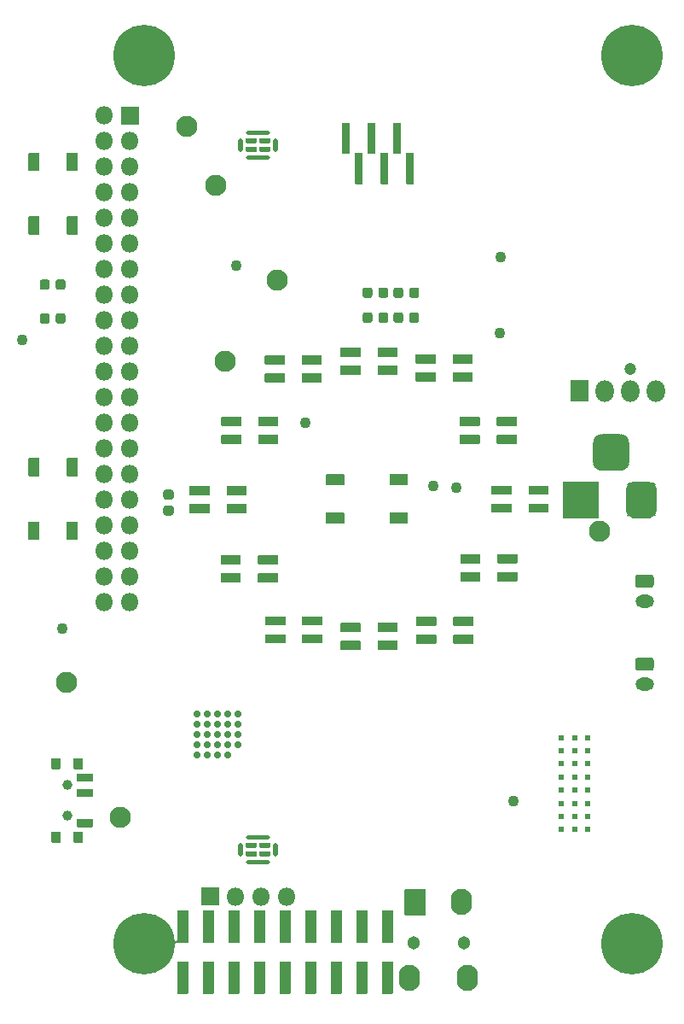
<source format=gbr>
G04 #@! TF.GenerationSoftware,KiCad,Pcbnew,(5.1.7)-1*
G04 #@! TF.CreationDate,2020-11-22T20:52:56-08:00*
G04 #@! TF.ProjectId,SJ-201-R4,534a2d32-3031-42d5-9234-2e6b69636164,rev?*
G04 #@! TF.SameCoordinates,Original*
G04 #@! TF.FileFunction,Soldermask,Bot*
G04 #@! TF.FilePolarity,Negative*
%FSLAX46Y46*%
G04 Gerber Fmt 4.6, Leading zero omitted, Abs format (unit mm)*
G04 Created by KiCad (PCBNEW (5.1.7)-1) date 2020-11-22 20:52:56*
%MOMM*%
%LPD*%
G01*
G04 APERTURE LIST*
%ADD10C,1.202000*%
%ADD11O,1.832000X2.132000*%
%ADD12C,1.302000*%
%ADD13O,2.102000X2.602000*%
%ADD14C,2.102000*%
%ADD15C,1.102000*%
%ADD16O,1.852000X1.302000*%
%ADD17C,0.702000*%
%ADD18C,0.601999*%
%ADD19C,6.102000*%
%ADD20O,1.802000X1.802000*%
%ADD21C,1.002000*%
%ADD22C,0.100000*%
G04 APERTURE END LIST*
D10*
G04 #@! TO.C,J7*
X61798200Y-36120340D03*
D11*
X64338200Y-38280340D03*
X61798200Y-38280340D03*
X59258200Y-38280340D03*
G36*
G01*
X57583200Y-39346340D02*
X55853200Y-39346340D01*
G75*
G02*
X55802200Y-39295340I0J51000D01*
G01*
X55802200Y-37265340D01*
G75*
G02*
X55853200Y-37214340I51000J0D01*
G01*
X57583200Y-37214340D01*
G75*
G02*
X57634200Y-37265340I0J-51000D01*
G01*
X57634200Y-39295340D01*
G75*
G02*
X57583200Y-39346340I-51000J0D01*
G01*
G37*
G04 #@! TD*
D12*
G04 #@! TO.C,J2*
X45217720Y-92974400D03*
X40217720Y-92974400D03*
D13*
X45567720Y-96474400D03*
G36*
G01*
X41417720Y-90275400D02*
X39417720Y-90275400D01*
G75*
G02*
X39366720Y-90224400I0J51000D01*
G01*
X39366720Y-87724400D01*
G75*
G02*
X39417720Y-87673400I51000J0D01*
G01*
X41417720Y-87673400D01*
G75*
G02*
X41468720Y-87724400I0J-51000D01*
G01*
X41468720Y-90224400D01*
G75*
G02*
X41417720Y-90275400I-51000J0D01*
G01*
G37*
X45017720Y-88974400D03*
X39867720Y-96474400D03*
G04 #@! TD*
G04 #@! TO.C,J1*
G36*
G01*
X61656360Y-43484340D02*
X61656360Y-45285340D01*
G75*
G02*
X60755860Y-46185840I-900500J0D01*
G01*
X58954860Y-46185840D01*
G75*
G02*
X58054360Y-45285340I0J900500D01*
G01*
X58054360Y-43484340D01*
G75*
G02*
X58954860Y-42583840I900500J0D01*
G01*
X60755860Y-42583840D01*
G75*
G02*
X61656360Y-43484340I0J-900500D01*
G01*
G37*
G36*
G01*
X64406360Y-48059340D02*
X64406360Y-50110340D01*
G75*
G02*
X63630860Y-50885840I-775500J0D01*
G01*
X62079860Y-50885840D01*
G75*
G02*
X61304360Y-50110340I0J775500D01*
G01*
X61304360Y-48059340D01*
G75*
G02*
X62079860Y-47283840I775500J0D01*
G01*
X63630860Y-47283840D01*
G75*
G02*
X64406360Y-48059340I0J-775500D01*
G01*
G37*
G36*
G01*
X58656360Y-47334840D02*
X58656360Y-50834840D01*
G75*
G02*
X58605360Y-50885840I-51000J0D01*
G01*
X55105360Y-50885840D01*
G75*
G02*
X55054360Y-50834840I0J51000D01*
G01*
X55054360Y-47334840D01*
G75*
G02*
X55105360Y-47283840I51000J0D01*
G01*
X58605360Y-47283840D01*
G75*
G02*
X58656360Y-47334840I0J-51000D01*
G01*
G37*
G04 #@! TD*
D14*
G04 #@! TO.C,TP12v1*
X58740040Y-52237640D03*
G04 #@! TD*
G04 #@! TO.C,TP11*
X20599400Y-17901920D03*
G04 #@! TD*
G04 #@! TO.C,TP10*
X17739360Y-12034520D03*
G04 #@! TD*
G04 #@! TO.C,TP9*
X5781040Y-67218560D03*
G04 #@! TD*
D15*
G04 #@! TO.C,TP4*
X50190400Y-78917800D03*
G04 #@! TD*
G04 #@! TO.C,TP7*
X48839120Y-32542480D03*
G04 #@! TD*
G04 #@! TO.C,TP8*
X48864520Y-24978360D03*
G04 #@! TD*
G04 #@! TO.C,TP5*
X1361440Y-33218120D03*
G04 #@! TD*
G04 #@! TO.C,TP6*
X22677120Y-25826720D03*
G04 #@! TD*
G04 #@! TO.C,TP3*
X29476700Y-41465500D03*
G04 #@! TD*
G04 #@! TO.C,TP1*
X5384800Y-61874400D03*
G04 #@! TD*
G04 #@! TO.C,DP3*
X42237660Y-47726600D03*
G04 #@! TD*
G04 #@! TO.C,DM3*
X44490640Y-47879000D03*
G04 #@! TD*
G04 #@! TO.C,J10*
G36*
G01*
X17822800Y-93030200D02*
X16822800Y-93030200D01*
G75*
G02*
X16771800Y-92979200I0J51000D01*
G01*
X16771800Y-89829200D01*
G75*
G02*
X16822800Y-89778200I51000J0D01*
G01*
X17822800Y-89778200D01*
G75*
G02*
X17873800Y-89829200I0J-51000D01*
G01*
X17873800Y-92979200D01*
G75*
G02*
X17822800Y-93030200I-51000J0D01*
G01*
G37*
G36*
G01*
X17822800Y-98080200D02*
X16822800Y-98080200D01*
G75*
G02*
X16771800Y-98029200I0J51000D01*
G01*
X16771800Y-94879200D01*
G75*
G02*
X16822800Y-94828200I51000J0D01*
G01*
X17822800Y-94828200D01*
G75*
G02*
X17873800Y-94879200I0J-51000D01*
G01*
X17873800Y-98029200D01*
G75*
G02*
X17822800Y-98080200I-51000J0D01*
G01*
G37*
G36*
G01*
X20362800Y-93030200D02*
X19362800Y-93030200D01*
G75*
G02*
X19311800Y-92979200I0J51000D01*
G01*
X19311800Y-89829200D01*
G75*
G02*
X19362800Y-89778200I51000J0D01*
G01*
X20362800Y-89778200D01*
G75*
G02*
X20413800Y-89829200I0J-51000D01*
G01*
X20413800Y-92979200D01*
G75*
G02*
X20362800Y-93030200I-51000J0D01*
G01*
G37*
G36*
G01*
X20362800Y-98080200D02*
X19362800Y-98080200D01*
G75*
G02*
X19311800Y-98029200I0J51000D01*
G01*
X19311800Y-94879200D01*
G75*
G02*
X19362800Y-94828200I51000J0D01*
G01*
X20362800Y-94828200D01*
G75*
G02*
X20413800Y-94879200I0J-51000D01*
G01*
X20413800Y-98029200D01*
G75*
G02*
X20362800Y-98080200I-51000J0D01*
G01*
G37*
G36*
G01*
X22902800Y-93030200D02*
X21902800Y-93030200D01*
G75*
G02*
X21851800Y-92979200I0J51000D01*
G01*
X21851800Y-89829200D01*
G75*
G02*
X21902800Y-89778200I51000J0D01*
G01*
X22902800Y-89778200D01*
G75*
G02*
X22953800Y-89829200I0J-51000D01*
G01*
X22953800Y-92979200D01*
G75*
G02*
X22902800Y-93030200I-51000J0D01*
G01*
G37*
G36*
G01*
X22902800Y-98080200D02*
X21902800Y-98080200D01*
G75*
G02*
X21851800Y-98029200I0J51000D01*
G01*
X21851800Y-94879200D01*
G75*
G02*
X21902800Y-94828200I51000J0D01*
G01*
X22902800Y-94828200D01*
G75*
G02*
X22953800Y-94879200I0J-51000D01*
G01*
X22953800Y-98029200D01*
G75*
G02*
X22902800Y-98080200I-51000J0D01*
G01*
G37*
G36*
G01*
X25442800Y-93030200D02*
X24442800Y-93030200D01*
G75*
G02*
X24391800Y-92979200I0J51000D01*
G01*
X24391800Y-89829200D01*
G75*
G02*
X24442800Y-89778200I51000J0D01*
G01*
X25442800Y-89778200D01*
G75*
G02*
X25493800Y-89829200I0J-51000D01*
G01*
X25493800Y-92979200D01*
G75*
G02*
X25442800Y-93030200I-51000J0D01*
G01*
G37*
G36*
G01*
X25442800Y-98080200D02*
X24442800Y-98080200D01*
G75*
G02*
X24391800Y-98029200I0J51000D01*
G01*
X24391800Y-94879200D01*
G75*
G02*
X24442800Y-94828200I51000J0D01*
G01*
X25442800Y-94828200D01*
G75*
G02*
X25493800Y-94879200I0J-51000D01*
G01*
X25493800Y-98029200D01*
G75*
G02*
X25442800Y-98080200I-51000J0D01*
G01*
G37*
G36*
G01*
X27982800Y-93030200D02*
X26982800Y-93030200D01*
G75*
G02*
X26931800Y-92979200I0J51000D01*
G01*
X26931800Y-89829200D01*
G75*
G02*
X26982800Y-89778200I51000J0D01*
G01*
X27982800Y-89778200D01*
G75*
G02*
X28033800Y-89829200I0J-51000D01*
G01*
X28033800Y-92979200D01*
G75*
G02*
X27982800Y-93030200I-51000J0D01*
G01*
G37*
G36*
G01*
X27982800Y-98080200D02*
X26982800Y-98080200D01*
G75*
G02*
X26931800Y-98029200I0J51000D01*
G01*
X26931800Y-94879200D01*
G75*
G02*
X26982800Y-94828200I51000J0D01*
G01*
X27982800Y-94828200D01*
G75*
G02*
X28033800Y-94879200I0J-51000D01*
G01*
X28033800Y-98029200D01*
G75*
G02*
X27982800Y-98080200I-51000J0D01*
G01*
G37*
G36*
G01*
X30522800Y-93030200D02*
X29522800Y-93030200D01*
G75*
G02*
X29471800Y-92979200I0J51000D01*
G01*
X29471800Y-89829200D01*
G75*
G02*
X29522800Y-89778200I51000J0D01*
G01*
X30522800Y-89778200D01*
G75*
G02*
X30573800Y-89829200I0J-51000D01*
G01*
X30573800Y-92979200D01*
G75*
G02*
X30522800Y-93030200I-51000J0D01*
G01*
G37*
G36*
G01*
X30522800Y-98080200D02*
X29522800Y-98080200D01*
G75*
G02*
X29471800Y-98029200I0J51000D01*
G01*
X29471800Y-94879200D01*
G75*
G02*
X29522800Y-94828200I51000J0D01*
G01*
X30522800Y-94828200D01*
G75*
G02*
X30573800Y-94879200I0J-51000D01*
G01*
X30573800Y-98029200D01*
G75*
G02*
X30522800Y-98080200I-51000J0D01*
G01*
G37*
G36*
G01*
X33062800Y-93030200D02*
X32062800Y-93030200D01*
G75*
G02*
X32011800Y-92979200I0J51000D01*
G01*
X32011800Y-89829200D01*
G75*
G02*
X32062800Y-89778200I51000J0D01*
G01*
X33062800Y-89778200D01*
G75*
G02*
X33113800Y-89829200I0J-51000D01*
G01*
X33113800Y-92979200D01*
G75*
G02*
X33062800Y-93030200I-51000J0D01*
G01*
G37*
G36*
G01*
X33062800Y-98080200D02*
X32062800Y-98080200D01*
G75*
G02*
X32011800Y-98029200I0J51000D01*
G01*
X32011800Y-94879200D01*
G75*
G02*
X32062800Y-94828200I51000J0D01*
G01*
X33062800Y-94828200D01*
G75*
G02*
X33113800Y-94879200I0J-51000D01*
G01*
X33113800Y-98029200D01*
G75*
G02*
X33062800Y-98080200I-51000J0D01*
G01*
G37*
G36*
G01*
X35602800Y-93030200D02*
X34602800Y-93030200D01*
G75*
G02*
X34551800Y-92979200I0J51000D01*
G01*
X34551800Y-89829200D01*
G75*
G02*
X34602800Y-89778200I51000J0D01*
G01*
X35602800Y-89778200D01*
G75*
G02*
X35653800Y-89829200I0J-51000D01*
G01*
X35653800Y-92979200D01*
G75*
G02*
X35602800Y-93030200I-51000J0D01*
G01*
G37*
G36*
G01*
X35602800Y-98080200D02*
X34602800Y-98080200D01*
G75*
G02*
X34551800Y-98029200I0J51000D01*
G01*
X34551800Y-94879200D01*
G75*
G02*
X34602800Y-94828200I51000J0D01*
G01*
X35602800Y-94828200D01*
G75*
G02*
X35653800Y-94879200I0J-51000D01*
G01*
X35653800Y-98029200D01*
G75*
G02*
X35602800Y-98080200I-51000J0D01*
G01*
G37*
G36*
G01*
X38142800Y-93030200D02*
X37142800Y-93030200D01*
G75*
G02*
X37091800Y-92979200I0J51000D01*
G01*
X37091800Y-89829200D01*
G75*
G02*
X37142800Y-89778200I51000J0D01*
G01*
X38142800Y-89778200D01*
G75*
G02*
X38193800Y-89829200I0J-51000D01*
G01*
X38193800Y-92979200D01*
G75*
G02*
X38142800Y-93030200I-51000J0D01*
G01*
G37*
G36*
G01*
X38142800Y-98080200D02*
X37142800Y-98080200D01*
G75*
G02*
X37091800Y-98029200I0J51000D01*
G01*
X37091800Y-94879200D01*
G75*
G02*
X37142800Y-94828200I51000J0D01*
G01*
X38142800Y-94828200D01*
G75*
G02*
X38193800Y-94879200I0J-51000D01*
G01*
X38193800Y-98029200D01*
G75*
G02*
X38142800Y-98080200I-51000J0D01*
G01*
G37*
G04 #@! TD*
D14*
G04 #@! TO.C,TP2*
X26736040Y-27335480D03*
G04 #@! TD*
D16*
G04 #@! TO.C,J4*
X63169800Y-67379600D03*
G36*
G01*
X62515048Y-64728600D02*
X63824552Y-64728600D01*
G75*
G02*
X64095800Y-64999848I0J-271248D01*
G01*
X64095800Y-65759352D01*
G75*
G02*
X63824552Y-66030600I-271248J0D01*
G01*
X62515048Y-66030600D01*
G75*
G02*
X62243800Y-65759352I0J271248D01*
G01*
X62243800Y-64999848D01*
G75*
G02*
X62515048Y-64728600I271248J0D01*
G01*
G37*
G04 #@! TD*
G04 #@! TO.C,J3*
X63169800Y-59150000D03*
G36*
G01*
X62515048Y-56499000D02*
X63824552Y-56499000D01*
G75*
G02*
X64095800Y-56770248I0J-271248D01*
G01*
X64095800Y-57529752D01*
G75*
G02*
X63824552Y-57801000I-271248J0D01*
G01*
X62515048Y-57801000D01*
G75*
G02*
X62243800Y-57529752I0J271248D01*
G01*
X62243800Y-56770248D01*
G75*
G02*
X62515048Y-56499000I271248J0D01*
G01*
G37*
G04 #@! TD*
G04 #@! TO.C,J5*
G36*
G01*
X33865701Y-14795700D02*
X33215699Y-14795700D01*
G75*
G02*
X33164700Y-14744701I0J50999D01*
G01*
X33164700Y-11744699D01*
G75*
G02*
X33215699Y-11693700I50999J0D01*
G01*
X33865701Y-11693700D01*
G75*
G02*
X33916700Y-11744699I0J-50999D01*
G01*
X33916700Y-14744701D01*
G75*
G02*
X33865701Y-14795700I-50999J0D01*
G01*
G37*
G36*
G01*
X36405701Y-14795700D02*
X35755699Y-14795700D01*
G75*
G02*
X35704700Y-14744701I0J50999D01*
G01*
X35704700Y-11744699D01*
G75*
G02*
X35755699Y-11693700I50999J0D01*
G01*
X36405701Y-11693700D01*
G75*
G02*
X36456700Y-11744699I0J-50999D01*
G01*
X36456700Y-14744701D01*
G75*
G02*
X36405701Y-14795700I-50999J0D01*
G01*
G37*
G36*
G01*
X38945701Y-14795700D02*
X38295699Y-14795700D01*
G75*
G02*
X38244700Y-14744701I0J50999D01*
G01*
X38244700Y-11744699D01*
G75*
G02*
X38295699Y-11693700I50999J0D01*
G01*
X38945701Y-11693700D01*
G75*
G02*
X38996700Y-11744699I0J-50999D01*
G01*
X38996700Y-14744701D01*
G75*
G02*
X38945701Y-14795700I-50999J0D01*
G01*
G37*
G36*
G01*
X35135701Y-17795700D02*
X34485699Y-17795700D01*
G75*
G02*
X34434700Y-17744701I0J50999D01*
G01*
X34434700Y-14744699D01*
G75*
G02*
X34485699Y-14693700I50999J0D01*
G01*
X35135701Y-14693700D01*
G75*
G02*
X35186700Y-14744699I0J-50999D01*
G01*
X35186700Y-17744701D01*
G75*
G02*
X35135701Y-17795700I-50999J0D01*
G01*
G37*
G36*
G01*
X37675701Y-17795700D02*
X37025699Y-17795700D01*
G75*
G02*
X36974700Y-17744701I0J50999D01*
G01*
X36974700Y-14744699D01*
G75*
G02*
X37025699Y-14693700I50999J0D01*
G01*
X37675701Y-14693700D01*
G75*
G02*
X37726700Y-14744699I0J-50999D01*
G01*
X37726700Y-17744701D01*
G75*
G02*
X37675701Y-17795700I-50999J0D01*
G01*
G37*
G36*
G01*
X40215701Y-17795700D02*
X39565699Y-17795700D01*
G75*
G02*
X39514700Y-17744701I0J50999D01*
G01*
X39514700Y-14744699D01*
G75*
G02*
X39565699Y-14693700I50999J0D01*
G01*
X40215701Y-14693700D01*
G75*
G02*
X40266700Y-14744699I0J-50999D01*
G01*
X40266700Y-17744701D01*
G75*
G02*
X40215701Y-17795700I-50999J0D01*
G01*
G37*
G04 #@! TD*
D17*
G04 #@! TO.C,U8*
X18783800Y-70345800D03*
X19783800Y-70345800D03*
X20783800Y-70345800D03*
X21783800Y-70345800D03*
X22783800Y-70345800D03*
X18783800Y-71345800D03*
X19783800Y-71345800D03*
X20783800Y-71345800D03*
X21783800Y-71345800D03*
X22783800Y-71345800D03*
X18783800Y-72345800D03*
X19783800Y-72345800D03*
X20783800Y-72345800D03*
X21783800Y-72345800D03*
X22783800Y-72345800D03*
X18783800Y-73345800D03*
X19783800Y-73345800D03*
X20783800Y-73345800D03*
X21783800Y-73345800D03*
X22783800Y-73345800D03*
X18783800Y-74345800D03*
X19783800Y-74345800D03*
X20783800Y-74345800D03*
X21783800Y-74345800D03*
G04 #@! TD*
G04 #@! TO.C,D9*
G36*
G01*
X40509180Y-63308520D02*
X40509180Y-62508520D01*
G75*
G02*
X40560180Y-62457520I51000J0D01*
G01*
X42460180Y-62457520D01*
G75*
G02*
X42511180Y-62508520I0J-51000D01*
G01*
X42511180Y-63308520D01*
G75*
G02*
X42460180Y-63359520I-51000J0D01*
G01*
X40560180Y-63359520D01*
G75*
G02*
X40509180Y-63308520I0J51000D01*
G01*
G37*
G36*
G01*
X40509180Y-61528520D02*
X40509180Y-60728520D01*
G75*
G02*
X40560180Y-60677520I51000J0D01*
G01*
X42460180Y-60677520D01*
G75*
G02*
X42511180Y-60728520I0J-51000D01*
G01*
X42511180Y-61528520D01*
G75*
G02*
X42460180Y-61579520I-51000J0D01*
G01*
X40560180Y-61579520D01*
G75*
G02*
X40509180Y-61528520I0J51000D01*
G01*
G37*
G36*
G01*
X44189180Y-63308520D02*
X44189180Y-62508520D01*
G75*
G02*
X44240180Y-62457520I51000J0D01*
G01*
X46140180Y-62457520D01*
G75*
G02*
X46191180Y-62508520I0J-51000D01*
G01*
X46191180Y-63308520D01*
G75*
G02*
X46140180Y-63359520I-51000J0D01*
G01*
X44240180Y-63359520D01*
G75*
G02*
X44189180Y-63308520I0J51000D01*
G01*
G37*
G36*
G01*
X44189180Y-61528520D02*
X44189180Y-60728520D01*
G75*
G02*
X44240180Y-60677520I51000J0D01*
G01*
X46140180Y-60677520D01*
G75*
G02*
X46191180Y-60728520I0J-51000D01*
G01*
X46191180Y-61528520D01*
G75*
G02*
X46140180Y-61579520I-51000J0D01*
G01*
X44240180Y-61579520D01*
G75*
G02*
X44189180Y-61528520I0J51000D01*
G01*
G37*
G04 #@! TD*
D18*
G04 #@! TO.C,U3*
X57518700Y-76564099D03*
X56218700Y-76564099D03*
X54918700Y-76564099D03*
X57518700Y-75264099D03*
X56218700Y-75264099D03*
X54918700Y-75264099D03*
X54918700Y-72664099D03*
X56218700Y-72664099D03*
X57518700Y-72664099D03*
X54918700Y-73964099D03*
X56218700Y-73964099D03*
X57518700Y-73964099D03*
X57518700Y-80464101D03*
X56218700Y-80464101D03*
X54918700Y-80464101D03*
X57518700Y-81764101D03*
X56218700Y-81764101D03*
X54918700Y-81764101D03*
X54918700Y-79164101D03*
X56218700Y-79164101D03*
X57518700Y-79164101D03*
X54918700Y-77864101D03*
X56218700Y-77864101D03*
X57518700Y-77864101D03*
G04 #@! TD*
G04 #@! TO.C,D2*
G36*
G01*
X32990780Y-36638520D02*
X32990780Y-35838520D01*
G75*
G02*
X33041780Y-35787520I51000J0D01*
G01*
X34941780Y-35787520D01*
G75*
G02*
X34992780Y-35838520I0J-51000D01*
G01*
X34992780Y-36638520D01*
G75*
G02*
X34941780Y-36689520I-51000J0D01*
G01*
X33041780Y-36689520D01*
G75*
G02*
X32990780Y-36638520I0J51000D01*
G01*
G37*
G36*
G01*
X32990780Y-34858520D02*
X32990780Y-34058520D01*
G75*
G02*
X33041780Y-34007520I51000J0D01*
G01*
X34941780Y-34007520D01*
G75*
G02*
X34992780Y-34058520I0J-51000D01*
G01*
X34992780Y-34858520D01*
G75*
G02*
X34941780Y-34909520I-51000J0D01*
G01*
X33041780Y-34909520D01*
G75*
G02*
X32990780Y-34858520I0J51000D01*
G01*
G37*
G36*
G01*
X36670780Y-36638520D02*
X36670780Y-35838520D01*
G75*
G02*
X36721780Y-35787520I51000J0D01*
G01*
X38621780Y-35787520D01*
G75*
G02*
X38672780Y-35838520I0J-51000D01*
G01*
X38672780Y-36638520D01*
G75*
G02*
X38621780Y-36689520I-51000J0D01*
G01*
X36721780Y-36689520D01*
G75*
G02*
X36670780Y-36638520I0J51000D01*
G01*
G37*
G36*
G01*
X36670780Y-34858520D02*
X36670780Y-34058520D01*
G75*
G02*
X36721780Y-34007520I51000J0D01*
G01*
X38621780Y-34007520D01*
G75*
G02*
X38672780Y-34058520I0J-51000D01*
G01*
X38672780Y-34858520D01*
G75*
G02*
X38621780Y-34909520I-51000J0D01*
G01*
X36721780Y-34909520D01*
G75*
G02*
X36670780Y-34858520I0J51000D01*
G01*
G37*
G04 #@! TD*
G04 #@! TO.C,D13*
G36*
G01*
X40458380Y-37298920D02*
X40458380Y-36498920D01*
G75*
G02*
X40509380Y-36447920I51000J0D01*
G01*
X42409380Y-36447920D01*
G75*
G02*
X42460380Y-36498920I0J-51000D01*
G01*
X42460380Y-37298920D01*
G75*
G02*
X42409380Y-37349920I-51000J0D01*
G01*
X40509380Y-37349920D01*
G75*
G02*
X40458380Y-37298920I0J51000D01*
G01*
G37*
G36*
G01*
X40458380Y-35518920D02*
X40458380Y-34718920D01*
G75*
G02*
X40509380Y-34667920I51000J0D01*
G01*
X42409380Y-34667920D01*
G75*
G02*
X42460380Y-34718920I0J-51000D01*
G01*
X42460380Y-35518920D01*
G75*
G02*
X42409380Y-35569920I-51000J0D01*
G01*
X40509380Y-35569920D01*
G75*
G02*
X40458380Y-35518920I0J51000D01*
G01*
G37*
G36*
G01*
X44138380Y-37298920D02*
X44138380Y-36498920D01*
G75*
G02*
X44189380Y-36447920I51000J0D01*
G01*
X46089380Y-36447920D01*
G75*
G02*
X46140380Y-36498920I0J-51000D01*
G01*
X46140380Y-37298920D01*
G75*
G02*
X46089380Y-37349920I-51000J0D01*
G01*
X44189380Y-37349920D01*
G75*
G02*
X44138380Y-37298920I0J51000D01*
G01*
G37*
G36*
G01*
X44138380Y-35518920D02*
X44138380Y-34718920D01*
G75*
G02*
X44189380Y-34667920I51000J0D01*
G01*
X46089380Y-34667920D01*
G75*
G02*
X46140380Y-34718920I0J-51000D01*
G01*
X46140380Y-35518920D01*
G75*
G02*
X46089380Y-35569920I-51000J0D01*
G01*
X44189380Y-35569920D01*
G75*
G02*
X44138380Y-35518920I0J51000D01*
G01*
G37*
G04 #@! TD*
G04 #@! TO.C,D12*
G36*
G01*
X44827180Y-43496520D02*
X44827180Y-42696520D01*
G75*
G02*
X44878180Y-42645520I51000J0D01*
G01*
X46778180Y-42645520D01*
G75*
G02*
X46829180Y-42696520I0J-51000D01*
G01*
X46829180Y-43496520D01*
G75*
G02*
X46778180Y-43547520I-51000J0D01*
G01*
X44878180Y-43547520D01*
G75*
G02*
X44827180Y-43496520I0J51000D01*
G01*
G37*
G36*
G01*
X44827180Y-41716520D02*
X44827180Y-40916520D01*
G75*
G02*
X44878180Y-40865520I51000J0D01*
G01*
X46778180Y-40865520D01*
G75*
G02*
X46829180Y-40916520I0J-51000D01*
G01*
X46829180Y-41716520D01*
G75*
G02*
X46778180Y-41767520I-51000J0D01*
G01*
X44878180Y-41767520D01*
G75*
G02*
X44827180Y-41716520I0J51000D01*
G01*
G37*
G36*
G01*
X48507180Y-43496520D02*
X48507180Y-42696520D01*
G75*
G02*
X48558180Y-42645520I51000J0D01*
G01*
X50458180Y-42645520D01*
G75*
G02*
X50509180Y-42696520I0J-51000D01*
G01*
X50509180Y-43496520D01*
G75*
G02*
X50458180Y-43547520I-51000J0D01*
G01*
X48558180Y-43547520D01*
G75*
G02*
X48507180Y-43496520I0J51000D01*
G01*
G37*
G36*
G01*
X48507180Y-41716520D02*
X48507180Y-40916520D01*
G75*
G02*
X48558180Y-40865520I51000J0D01*
G01*
X50458180Y-40865520D01*
G75*
G02*
X50509180Y-40916520I0J-51000D01*
G01*
X50509180Y-41716520D01*
G75*
G02*
X50458180Y-41767520I-51000J0D01*
G01*
X48558180Y-41767520D01*
G75*
G02*
X48507180Y-41716520I0J51000D01*
G01*
G37*
G04 #@! TD*
G04 #@! TO.C,D11*
G36*
G01*
X47976780Y-50303720D02*
X47976780Y-49503720D01*
G75*
G02*
X48027780Y-49452720I51000J0D01*
G01*
X49927780Y-49452720D01*
G75*
G02*
X49978780Y-49503720I0J-51000D01*
G01*
X49978780Y-50303720D01*
G75*
G02*
X49927780Y-50354720I-51000J0D01*
G01*
X48027780Y-50354720D01*
G75*
G02*
X47976780Y-50303720I0J51000D01*
G01*
G37*
G36*
G01*
X47976780Y-48523720D02*
X47976780Y-47723720D01*
G75*
G02*
X48027780Y-47672720I51000J0D01*
G01*
X49927780Y-47672720D01*
G75*
G02*
X49978780Y-47723720I0J-51000D01*
G01*
X49978780Y-48523720D01*
G75*
G02*
X49927780Y-48574720I-51000J0D01*
G01*
X48027780Y-48574720D01*
G75*
G02*
X47976780Y-48523720I0J51000D01*
G01*
G37*
G36*
G01*
X51656780Y-50303720D02*
X51656780Y-49503720D01*
G75*
G02*
X51707780Y-49452720I51000J0D01*
G01*
X53607780Y-49452720D01*
G75*
G02*
X53658780Y-49503720I0J-51000D01*
G01*
X53658780Y-50303720D01*
G75*
G02*
X53607780Y-50354720I-51000J0D01*
G01*
X51707780Y-50354720D01*
G75*
G02*
X51656780Y-50303720I0J51000D01*
G01*
G37*
G36*
G01*
X51656780Y-48523720D02*
X51656780Y-47723720D01*
G75*
G02*
X51707780Y-47672720I51000J0D01*
G01*
X53607780Y-47672720D01*
G75*
G02*
X53658780Y-47723720I0J-51000D01*
G01*
X53658780Y-48523720D01*
G75*
G02*
X53607780Y-48574720I-51000J0D01*
G01*
X51707780Y-48574720D01*
G75*
G02*
X51656780Y-48523720I0J51000D01*
G01*
G37*
G04 #@! TD*
G04 #@! TO.C,D10*
G36*
G01*
X44877980Y-57110920D02*
X44877980Y-56310920D01*
G75*
G02*
X44928980Y-56259920I51000J0D01*
G01*
X46828980Y-56259920D01*
G75*
G02*
X46879980Y-56310920I0J-51000D01*
G01*
X46879980Y-57110920D01*
G75*
G02*
X46828980Y-57161920I-51000J0D01*
G01*
X44928980Y-57161920D01*
G75*
G02*
X44877980Y-57110920I0J51000D01*
G01*
G37*
G36*
G01*
X44877980Y-55330920D02*
X44877980Y-54530920D01*
G75*
G02*
X44928980Y-54479920I51000J0D01*
G01*
X46828980Y-54479920D01*
G75*
G02*
X46879980Y-54530920I0J-51000D01*
G01*
X46879980Y-55330920D01*
G75*
G02*
X46828980Y-55381920I-51000J0D01*
G01*
X44928980Y-55381920D01*
G75*
G02*
X44877980Y-55330920I0J51000D01*
G01*
G37*
G36*
G01*
X48557980Y-57110920D02*
X48557980Y-56310920D01*
G75*
G02*
X48608980Y-56259920I51000J0D01*
G01*
X50508980Y-56259920D01*
G75*
G02*
X50559980Y-56310920I0J-51000D01*
G01*
X50559980Y-57110920D01*
G75*
G02*
X50508980Y-57161920I-51000J0D01*
G01*
X48608980Y-57161920D01*
G75*
G02*
X48557980Y-57110920I0J51000D01*
G01*
G37*
G36*
G01*
X48557980Y-55330920D02*
X48557980Y-54530920D01*
G75*
G02*
X48608980Y-54479920I51000J0D01*
G01*
X50508980Y-54479920D01*
G75*
G02*
X50559980Y-54530920I0J-51000D01*
G01*
X50559980Y-55330920D01*
G75*
G02*
X50508980Y-55381920I-51000J0D01*
G01*
X48608980Y-55381920D01*
G75*
G02*
X48557980Y-55330920I0J51000D01*
G01*
G37*
G04 #@! TD*
G04 #@! TO.C,D8*
G36*
G01*
X32990780Y-63918120D02*
X32990780Y-63118120D01*
G75*
G02*
X33041780Y-63067120I51000J0D01*
G01*
X34941780Y-63067120D01*
G75*
G02*
X34992780Y-63118120I0J-51000D01*
G01*
X34992780Y-63918120D01*
G75*
G02*
X34941780Y-63969120I-51000J0D01*
G01*
X33041780Y-63969120D01*
G75*
G02*
X32990780Y-63918120I0J51000D01*
G01*
G37*
G36*
G01*
X32990780Y-62138120D02*
X32990780Y-61338120D01*
G75*
G02*
X33041780Y-61287120I51000J0D01*
G01*
X34941780Y-61287120D01*
G75*
G02*
X34992780Y-61338120I0J-51000D01*
G01*
X34992780Y-62138120D01*
G75*
G02*
X34941780Y-62189120I-51000J0D01*
G01*
X33041780Y-62189120D01*
G75*
G02*
X32990780Y-62138120I0J51000D01*
G01*
G37*
G36*
G01*
X36670780Y-63918120D02*
X36670780Y-63118120D01*
G75*
G02*
X36721780Y-63067120I51000J0D01*
G01*
X38621780Y-63067120D01*
G75*
G02*
X38672780Y-63118120I0J-51000D01*
G01*
X38672780Y-63918120D01*
G75*
G02*
X38621780Y-63969120I-51000J0D01*
G01*
X36721780Y-63969120D01*
G75*
G02*
X36670780Y-63918120I0J51000D01*
G01*
G37*
G36*
G01*
X36670780Y-62138120D02*
X36670780Y-61338120D01*
G75*
G02*
X36721780Y-61287120I51000J0D01*
G01*
X38621780Y-61287120D01*
G75*
G02*
X38672780Y-61338120I0J-51000D01*
G01*
X38672780Y-62138120D01*
G75*
G02*
X38621780Y-62189120I-51000J0D01*
G01*
X36721780Y-62189120D01*
G75*
G02*
X36670780Y-62138120I0J51000D01*
G01*
G37*
G04 #@! TD*
G04 #@! TO.C,D7*
G36*
G01*
X25523180Y-63257720D02*
X25523180Y-62457720D01*
G75*
G02*
X25574180Y-62406720I51000J0D01*
G01*
X27474180Y-62406720D01*
G75*
G02*
X27525180Y-62457720I0J-51000D01*
G01*
X27525180Y-63257720D01*
G75*
G02*
X27474180Y-63308720I-51000J0D01*
G01*
X25574180Y-63308720D01*
G75*
G02*
X25523180Y-63257720I0J51000D01*
G01*
G37*
G36*
G01*
X25523180Y-61477720D02*
X25523180Y-60677720D01*
G75*
G02*
X25574180Y-60626720I51000J0D01*
G01*
X27474180Y-60626720D01*
G75*
G02*
X27525180Y-60677720I0J-51000D01*
G01*
X27525180Y-61477720D01*
G75*
G02*
X27474180Y-61528720I-51000J0D01*
G01*
X25574180Y-61528720D01*
G75*
G02*
X25523180Y-61477720I0J51000D01*
G01*
G37*
G36*
G01*
X29203180Y-63257720D02*
X29203180Y-62457720D01*
G75*
G02*
X29254180Y-62406720I51000J0D01*
G01*
X31154180Y-62406720D01*
G75*
G02*
X31205180Y-62457720I0J-51000D01*
G01*
X31205180Y-63257720D01*
G75*
G02*
X31154180Y-63308720I-51000J0D01*
G01*
X29254180Y-63308720D01*
G75*
G02*
X29203180Y-63257720I0J51000D01*
G01*
G37*
G36*
G01*
X29203180Y-61477720D02*
X29203180Y-60677720D01*
G75*
G02*
X29254180Y-60626720I51000J0D01*
G01*
X31154180Y-60626720D01*
G75*
G02*
X31205180Y-60677720I0J-51000D01*
G01*
X31205180Y-61477720D01*
G75*
G02*
X31154180Y-61528720I-51000J0D01*
G01*
X29254180Y-61528720D01*
G75*
G02*
X29203180Y-61477720I0J51000D01*
G01*
G37*
G04 #@! TD*
G04 #@! TO.C,D6*
G36*
G01*
X21103580Y-57212520D02*
X21103580Y-56412520D01*
G75*
G02*
X21154580Y-56361520I51000J0D01*
G01*
X23054580Y-56361520D01*
G75*
G02*
X23105580Y-56412520I0J-51000D01*
G01*
X23105580Y-57212520D01*
G75*
G02*
X23054580Y-57263520I-51000J0D01*
G01*
X21154580Y-57263520D01*
G75*
G02*
X21103580Y-57212520I0J51000D01*
G01*
G37*
G36*
G01*
X21103580Y-55432520D02*
X21103580Y-54632520D01*
G75*
G02*
X21154580Y-54581520I51000J0D01*
G01*
X23054580Y-54581520D01*
G75*
G02*
X23105580Y-54632520I0J-51000D01*
G01*
X23105580Y-55432520D01*
G75*
G02*
X23054580Y-55483520I-51000J0D01*
G01*
X21154580Y-55483520D01*
G75*
G02*
X21103580Y-55432520I0J51000D01*
G01*
G37*
G36*
G01*
X24783580Y-57212520D02*
X24783580Y-56412520D01*
G75*
G02*
X24834580Y-56361520I51000J0D01*
G01*
X26734580Y-56361520D01*
G75*
G02*
X26785580Y-56412520I0J-51000D01*
G01*
X26785580Y-57212520D01*
G75*
G02*
X26734580Y-57263520I-51000J0D01*
G01*
X24834580Y-57263520D01*
G75*
G02*
X24783580Y-57212520I0J51000D01*
G01*
G37*
G36*
G01*
X24783580Y-55432520D02*
X24783580Y-54632520D01*
G75*
G02*
X24834580Y-54581520I51000J0D01*
G01*
X26734580Y-54581520D01*
G75*
G02*
X26785580Y-54632520I0J-51000D01*
G01*
X26785580Y-55432520D01*
G75*
G02*
X26734580Y-55483520I-51000J0D01*
G01*
X24834580Y-55483520D01*
G75*
G02*
X24783580Y-55432520I0J51000D01*
G01*
G37*
G04 #@! TD*
G04 #@! TO.C,D5*
G36*
G01*
X18004780Y-50354520D02*
X18004780Y-49554520D01*
G75*
G02*
X18055780Y-49503520I51000J0D01*
G01*
X19955780Y-49503520D01*
G75*
G02*
X20006780Y-49554520I0J-51000D01*
G01*
X20006780Y-50354520D01*
G75*
G02*
X19955780Y-50405520I-51000J0D01*
G01*
X18055780Y-50405520D01*
G75*
G02*
X18004780Y-50354520I0J51000D01*
G01*
G37*
G36*
G01*
X18004780Y-48574520D02*
X18004780Y-47774520D01*
G75*
G02*
X18055780Y-47723520I51000J0D01*
G01*
X19955780Y-47723520D01*
G75*
G02*
X20006780Y-47774520I0J-51000D01*
G01*
X20006780Y-48574520D01*
G75*
G02*
X19955780Y-48625520I-51000J0D01*
G01*
X18055780Y-48625520D01*
G75*
G02*
X18004780Y-48574520I0J51000D01*
G01*
G37*
G36*
G01*
X21684780Y-50354520D02*
X21684780Y-49554520D01*
G75*
G02*
X21735780Y-49503520I51000J0D01*
G01*
X23635780Y-49503520D01*
G75*
G02*
X23686780Y-49554520I0J-51000D01*
G01*
X23686780Y-50354520D01*
G75*
G02*
X23635780Y-50405520I-51000J0D01*
G01*
X21735780Y-50405520D01*
G75*
G02*
X21684780Y-50354520I0J51000D01*
G01*
G37*
G36*
G01*
X21684780Y-48574520D02*
X21684780Y-47774520D01*
G75*
G02*
X21735780Y-47723520I51000J0D01*
G01*
X23635780Y-47723520D01*
G75*
G02*
X23686780Y-47774520I0J-51000D01*
G01*
X23686780Y-48574520D01*
G75*
G02*
X23635780Y-48625520I-51000J0D01*
G01*
X21735780Y-48625520D01*
G75*
G02*
X21684780Y-48574520I0J51000D01*
G01*
G37*
G04 #@! TD*
G04 #@! TO.C,D3*
G36*
G01*
X25472380Y-37400520D02*
X25472380Y-36600520D01*
G75*
G02*
X25523380Y-36549520I51000J0D01*
G01*
X27423380Y-36549520D01*
G75*
G02*
X27474380Y-36600520I0J-51000D01*
G01*
X27474380Y-37400520D01*
G75*
G02*
X27423380Y-37451520I-51000J0D01*
G01*
X25523380Y-37451520D01*
G75*
G02*
X25472380Y-37400520I0J51000D01*
G01*
G37*
G36*
G01*
X25472380Y-35620520D02*
X25472380Y-34820520D01*
G75*
G02*
X25523380Y-34769520I51000J0D01*
G01*
X27423380Y-34769520D01*
G75*
G02*
X27474380Y-34820520I0J-51000D01*
G01*
X27474380Y-35620520D01*
G75*
G02*
X27423380Y-35671520I-51000J0D01*
G01*
X25523380Y-35671520D01*
G75*
G02*
X25472380Y-35620520I0J51000D01*
G01*
G37*
G36*
G01*
X29152380Y-37400520D02*
X29152380Y-36600520D01*
G75*
G02*
X29203380Y-36549520I51000J0D01*
G01*
X31103380Y-36549520D01*
G75*
G02*
X31154380Y-36600520I0J-51000D01*
G01*
X31154380Y-37400520D01*
G75*
G02*
X31103380Y-37451520I-51000J0D01*
G01*
X29203380Y-37451520D01*
G75*
G02*
X29152380Y-37400520I0J51000D01*
G01*
G37*
G36*
G01*
X29152380Y-35620520D02*
X29152380Y-34820520D01*
G75*
G02*
X29203380Y-34769520I51000J0D01*
G01*
X31103380Y-34769520D01*
G75*
G02*
X31154380Y-34820520I0J-51000D01*
G01*
X31154380Y-35620520D01*
G75*
G02*
X31103380Y-35671520I-51000J0D01*
G01*
X29203380Y-35671520D01*
G75*
G02*
X29152380Y-35620520I0J51000D01*
G01*
G37*
G04 #@! TD*
G04 #@! TO.C,D4*
G36*
G01*
X21154380Y-43496520D02*
X21154380Y-42696520D01*
G75*
G02*
X21205380Y-42645520I51000J0D01*
G01*
X23105380Y-42645520D01*
G75*
G02*
X23156380Y-42696520I0J-51000D01*
G01*
X23156380Y-43496520D01*
G75*
G02*
X23105380Y-43547520I-51000J0D01*
G01*
X21205380Y-43547520D01*
G75*
G02*
X21154380Y-43496520I0J51000D01*
G01*
G37*
G36*
G01*
X21154380Y-41716520D02*
X21154380Y-40916520D01*
G75*
G02*
X21205380Y-40865520I51000J0D01*
G01*
X23105380Y-40865520D01*
G75*
G02*
X23156380Y-40916520I0J-51000D01*
G01*
X23156380Y-41716520D01*
G75*
G02*
X23105380Y-41767520I-51000J0D01*
G01*
X21205380Y-41767520D01*
G75*
G02*
X21154380Y-41716520I0J51000D01*
G01*
G37*
G36*
G01*
X24834380Y-43496520D02*
X24834380Y-42696520D01*
G75*
G02*
X24885380Y-42645520I51000J0D01*
G01*
X26785380Y-42645520D01*
G75*
G02*
X26836380Y-42696520I0J-51000D01*
G01*
X26836380Y-43496520D01*
G75*
G02*
X26785380Y-43547520I-51000J0D01*
G01*
X24885380Y-43547520D01*
G75*
G02*
X24834380Y-43496520I0J51000D01*
G01*
G37*
G36*
G01*
X24834380Y-41716520D02*
X24834380Y-40916520D01*
G75*
G02*
X24885380Y-40865520I51000J0D01*
G01*
X26785380Y-40865520D01*
G75*
G02*
X26836380Y-40916520I0J-51000D01*
G01*
X26836380Y-41716520D01*
G75*
G02*
X26785380Y-41767520I-51000J0D01*
G01*
X24885380Y-41767520D01*
G75*
G02*
X24834380Y-41716520I0J51000D01*
G01*
G37*
G04 #@! TD*
G04 #@! TO.C,R55*
G36*
G01*
X36761500Y-28831750D02*
X36761500Y-28268250D01*
G75*
G02*
X37005750Y-28024000I244250J0D01*
G01*
X37494250Y-28024000D01*
G75*
G02*
X37738500Y-28268250I0J-244250D01*
G01*
X37738500Y-28831750D01*
G75*
G02*
X37494250Y-29076000I-244250J0D01*
G01*
X37005750Y-29076000D01*
G75*
G02*
X36761500Y-28831750I0J244250D01*
G01*
G37*
G36*
G01*
X35186500Y-28831750D02*
X35186500Y-28268250D01*
G75*
G02*
X35430750Y-28024000I244250J0D01*
G01*
X35919250Y-28024000D01*
G75*
G02*
X36163500Y-28268250I0J-244250D01*
G01*
X36163500Y-28831750D01*
G75*
G02*
X35919250Y-29076000I-244250J0D01*
G01*
X35430750Y-29076000D01*
G75*
G02*
X35186500Y-28831750I0J244250D01*
G01*
G37*
G04 #@! TD*
G04 #@! TO.C,R54*
G36*
G01*
X36761500Y-31306750D02*
X36761500Y-30743250D01*
G75*
G02*
X37005750Y-30499000I244250J0D01*
G01*
X37494250Y-30499000D01*
G75*
G02*
X37738500Y-30743250I0J-244250D01*
G01*
X37738500Y-31306750D01*
G75*
G02*
X37494250Y-31551000I-244250J0D01*
G01*
X37005750Y-31551000D01*
G75*
G02*
X36761500Y-31306750I0J244250D01*
G01*
G37*
G36*
G01*
X35186500Y-31306750D02*
X35186500Y-30743250D01*
G75*
G02*
X35430750Y-30499000I244250J0D01*
G01*
X35919250Y-30499000D01*
G75*
G02*
X36163500Y-30743250I0J-244250D01*
G01*
X36163500Y-31306750D01*
G75*
G02*
X35919250Y-31551000I-244250J0D01*
G01*
X35430750Y-31551000D01*
G75*
G02*
X35186500Y-31306750I0J244250D01*
G01*
G37*
G04 #@! TD*
G04 #@! TO.C,R37*
G36*
G01*
X39824000Y-28831750D02*
X39824000Y-28268250D01*
G75*
G02*
X40068250Y-28024000I244250J0D01*
G01*
X40556750Y-28024000D01*
G75*
G02*
X40801000Y-28268250I0J-244250D01*
G01*
X40801000Y-28831750D01*
G75*
G02*
X40556750Y-29076000I-244250J0D01*
G01*
X40068250Y-29076000D01*
G75*
G02*
X39824000Y-28831750I0J244250D01*
G01*
G37*
G36*
G01*
X38249000Y-28831750D02*
X38249000Y-28268250D01*
G75*
G02*
X38493250Y-28024000I244250J0D01*
G01*
X38981750Y-28024000D01*
G75*
G02*
X39226000Y-28268250I0J-244250D01*
G01*
X39226000Y-28831750D01*
G75*
G02*
X38981750Y-29076000I-244250J0D01*
G01*
X38493250Y-29076000D01*
G75*
G02*
X38249000Y-28831750I0J244250D01*
G01*
G37*
G04 #@! TD*
G04 #@! TO.C,R25*
G36*
G01*
X39824000Y-31306750D02*
X39824000Y-30743250D01*
G75*
G02*
X40068250Y-30499000I244250J0D01*
G01*
X40556750Y-30499000D01*
G75*
G02*
X40801000Y-30743250I0J-244250D01*
G01*
X40801000Y-31306750D01*
G75*
G02*
X40556750Y-31551000I-244250J0D01*
G01*
X40068250Y-31551000D01*
G75*
G02*
X39824000Y-31306750I0J244250D01*
G01*
G37*
G36*
G01*
X38249000Y-31306750D02*
X38249000Y-30743250D01*
G75*
G02*
X38493250Y-30499000I244250J0D01*
G01*
X38981750Y-30499000D01*
G75*
G02*
X39226000Y-30743250I0J-244250D01*
G01*
X39226000Y-31306750D01*
G75*
G02*
X38981750Y-31551000I-244250J0D01*
G01*
X38493250Y-31551000D01*
G75*
G02*
X38249000Y-31306750I0J244250D01*
G01*
G37*
G04 #@! TD*
G04 #@! TO.C,R12*
G36*
G01*
X4126000Y-27468250D02*
X4126000Y-28031750D01*
G75*
G02*
X3881750Y-28276000I-244250J0D01*
G01*
X3393250Y-28276000D01*
G75*
G02*
X3149000Y-28031750I0J244250D01*
G01*
X3149000Y-27468250D01*
G75*
G02*
X3393250Y-27224000I244250J0D01*
G01*
X3881750Y-27224000D01*
G75*
G02*
X4126000Y-27468250I0J-244250D01*
G01*
G37*
G36*
G01*
X5701000Y-27468250D02*
X5701000Y-28031750D01*
G75*
G02*
X5456750Y-28276000I-244250J0D01*
G01*
X4968250Y-28276000D01*
G75*
G02*
X4724000Y-28031750I0J244250D01*
G01*
X4724000Y-27468250D01*
G75*
G02*
X4968250Y-27224000I244250J0D01*
G01*
X5456750Y-27224000D01*
G75*
G02*
X5701000Y-27468250I0J-244250D01*
G01*
G37*
G04 #@! TD*
G04 #@! TO.C,R19*
G36*
G01*
X16202470Y-49063360D02*
X15638970Y-49063360D01*
G75*
G02*
X15394720Y-48819110I0J244250D01*
G01*
X15394720Y-48330610D01*
G75*
G02*
X15638970Y-48086360I244250J0D01*
G01*
X16202470Y-48086360D01*
G75*
G02*
X16446720Y-48330610I0J-244250D01*
G01*
X16446720Y-48819110D01*
G75*
G02*
X16202470Y-49063360I-244250J0D01*
G01*
G37*
G36*
G01*
X16202470Y-50638360D02*
X15638970Y-50638360D01*
G75*
G02*
X15394720Y-50394110I0J244250D01*
G01*
X15394720Y-49905610D01*
G75*
G02*
X15638970Y-49661360I244250J0D01*
G01*
X16202470Y-49661360D01*
G75*
G02*
X16446720Y-49905610I0J-244250D01*
G01*
X16446720Y-50394110D01*
G75*
G02*
X16202470Y-50638360I-244250J0D01*
G01*
G37*
G04 #@! TD*
G04 #@! TO.C,R13*
G36*
G01*
X4724000Y-31381750D02*
X4724000Y-30818250D01*
G75*
G02*
X4968250Y-30574000I244250J0D01*
G01*
X5456750Y-30574000D01*
G75*
G02*
X5701000Y-30818250I0J-244250D01*
G01*
X5701000Y-31381750D01*
G75*
G02*
X5456750Y-31626000I-244250J0D01*
G01*
X4968250Y-31626000D01*
G75*
G02*
X4724000Y-31381750I0J244250D01*
G01*
G37*
G36*
G01*
X3149000Y-31381750D02*
X3149000Y-30818250D01*
G75*
G02*
X3393250Y-30574000I244250J0D01*
G01*
X3881750Y-30574000D01*
G75*
G02*
X4126000Y-30818250I0J-244250D01*
G01*
X4126000Y-31381750D01*
G75*
G02*
X3881750Y-31626000I-244250J0D01*
G01*
X3393250Y-31626000D01*
G75*
G02*
X3149000Y-31381750I0J244250D01*
G01*
G37*
G04 #@! TD*
D19*
G04 #@! TO.C,H4*
X13500000Y-93082120D03*
G04 #@! TD*
G04 #@! TO.C,H3*
X13500000Y-5000000D03*
G04 #@! TD*
G04 #@! TO.C,H2*
X61921380Y-93082120D03*
G04 #@! TD*
G04 #@! TO.C,H1*
X61921380Y-5000000D03*
G04 #@! TD*
D20*
G04 #@! TO.C,J13*
X27670000Y-88400000D03*
X25130000Y-88400000D03*
X22590000Y-88400000D03*
G36*
G01*
X20900000Y-89301000D02*
X19200000Y-89301000D01*
G75*
G02*
X19149000Y-89250000I0J51000D01*
G01*
X19149000Y-87550000D01*
G75*
G02*
X19200000Y-87499000I51000J0D01*
G01*
X20900000Y-87499000D01*
G75*
G02*
X20951000Y-87550000I0J-51000D01*
G01*
X20951000Y-89250000D01*
G75*
G02*
X20900000Y-89301000I-51000J0D01*
G01*
G37*
G04 #@! TD*
D14*
G04 #@! TO.C,TP1_0V1*
X11163300Y-80594200D03*
G04 #@! TD*
G04 #@! TO.C,TP18*
X21534120Y-35346640D03*
G04 #@! TD*
G04 #@! TO.C,U10*
G36*
G01*
X23801088Y-12463120D02*
X25815272Y-12463120D01*
G75*
G02*
X26009180Y-12657028I0J-193908D01*
G01*
X26009180Y-12721212D01*
G75*
G02*
X25815272Y-12915120I-193908J0D01*
G01*
X23801088Y-12915120D01*
G75*
G02*
X23607180Y-12721212I0J193908D01*
G01*
X23607180Y-12657028D01*
G75*
G02*
X23801088Y-12463120I193908J0D01*
G01*
G37*
G36*
G01*
X23801088Y-14913120D02*
X25815272Y-14913120D01*
G75*
G02*
X26009180Y-15107028I0J-193908D01*
G01*
X26009180Y-15171212D01*
G75*
G02*
X25815272Y-15365120I-193908J0D01*
G01*
X23801088Y-15365120D01*
G75*
G02*
X23607180Y-15171212I0J193908D01*
G01*
X23607180Y-15107028D01*
G75*
G02*
X23801088Y-14913120I193908J0D01*
G01*
G37*
G36*
G01*
X26759180Y-13407028D02*
X26759180Y-14421212D01*
G75*
G02*
X26565272Y-14615120I-193908J0D01*
G01*
X26501088Y-14615120D01*
G75*
G02*
X26307180Y-14421212I0J193908D01*
G01*
X26307180Y-13407028D01*
G75*
G02*
X26501088Y-13213120I193908J0D01*
G01*
X26565272Y-13213120D01*
G75*
G02*
X26759180Y-13407028I0J-193908D01*
G01*
G37*
G36*
G01*
X23309180Y-13407028D02*
X23309180Y-14421212D01*
G75*
G02*
X23115272Y-14615120I-193908J0D01*
G01*
X23051088Y-14615120D01*
G75*
G02*
X22857180Y-14421212I0J193908D01*
G01*
X22857180Y-13407028D01*
G75*
G02*
X23051088Y-13213120I193908J0D01*
G01*
X23115272Y-13213120D01*
G75*
G02*
X23309180Y-13407028I0J-193908D01*
G01*
G37*
G36*
G01*
X25008180Y-14088120D02*
X25958180Y-14088120D01*
G75*
G02*
X26009180Y-14139120I0J-51000D01*
G01*
X26009180Y-14539120D01*
G75*
G02*
X25958180Y-14590120I-51000J0D01*
G01*
X25008180Y-14590120D01*
G75*
G02*
X24957180Y-14539120I0J51000D01*
G01*
X24957180Y-14139120D01*
G75*
G02*
X25008180Y-14088120I51000J0D01*
G01*
G37*
G36*
G01*
X25008180Y-13238120D02*
X25958180Y-13238120D01*
G75*
G02*
X26009180Y-13289120I0J-51000D01*
G01*
X26009180Y-13689120D01*
G75*
G02*
X25958180Y-13740120I-51000J0D01*
G01*
X25008180Y-13740120D01*
G75*
G02*
X24957180Y-13689120I0J51000D01*
G01*
X24957180Y-13289120D01*
G75*
G02*
X25008180Y-13238120I51000J0D01*
G01*
G37*
G36*
G01*
X23658180Y-13238120D02*
X24608180Y-13238120D01*
G75*
G02*
X24659180Y-13289120I0J-51000D01*
G01*
X24659180Y-13689120D01*
G75*
G02*
X24608180Y-13740120I-51000J0D01*
G01*
X23658180Y-13740120D01*
G75*
G02*
X23607180Y-13689120I0J51000D01*
G01*
X23607180Y-13289120D01*
G75*
G02*
X23658180Y-13238120I51000J0D01*
G01*
G37*
G36*
G01*
X23658180Y-14088120D02*
X24608180Y-14088120D01*
G75*
G02*
X24659180Y-14139120I0J-51000D01*
G01*
X24659180Y-14539120D01*
G75*
G02*
X24608180Y-14590120I-51000J0D01*
G01*
X23658180Y-14590120D01*
G75*
G02*
X23607180Y-14539120I0J51000D01*
G01*
X23607180Y-14139120D01*
G75*
G02*
X23658180Y-14088120I51000J0D01*
G01*
G37*
G04 #@! TD*
G04 #@! TO.C,U11*
G36*
G01*
X23801088Y-82313120D02*
X25815272Y-82313120D01*
G75*
G02*
X26009180Y-82507028I0J-193908D01*
G01*
X26009180Y-82571212D01*
G75*
G02*
X25815272Y-82765120I-193908J0D01*
G01*
X23801088Y-82765120D01*
G75*
G02*
X23607180Y-82571212I0J193908D01*
G01*
X23607180Y-82507028D01*
G75*
G02*
X23801088Y-82313120I193908J0D01*
G01*
G37*
G36*
G01*
X23801088Y-84763120D02*
X25815272Y-84763120D01*
G75*
G02*
X26009180Y-84957028I0J-193908D01*
G01*
X26009180Y-85021212D01*
G75*
G02*
X25815272Y-85215120I-193908J0D01*
G01*
X23801088Y-85215120D01*
G75*
G02*
X23607180Y-85021212I0J193908D01*
G01*
X23607180Y-84957028D01*
G75*
G02*
X23801088Y-84763120I193908J0D01*
G01*
G37*
G36*
G01*
X26759180Y-83257028D02*
X26759180Y-84271212D01*
G75*
G02*
X26565272Y-84465120I-193908J0D01*
G01*
X26501088Y-84465120D01*
G75*
G02*
X26307180Y-84271212I0J193908D01*
G01*
X26307180Y-83257028D01*
G75*
G02*
X26501088Y-83063120I193908J0D01*
G01*
X26565272Y-83063120D01*
G75*
G02*
X26759180Y-83257028I0J-193908D01*
G01*
G37*
G36*
G01*
X23309180Y-83257028D02*
X23309180Y-84271212D01*
G75*
G02*
X23115272Y-84465120I-193908J0D01*
G01*
X23051088Y-84465120D01*
G75*
G02*
X22857180Y-84271212I0J193908D01*
G01*
X22857180Y-83257028D01*
G75*
G02*
X23051088Y-83063120I193908J0D01*
G01*
X23115272Y-83063120D01*
G75*
G02*
X23309180Y-83257028I0J-193908D01*
G01*
G37*
G36*
G01*
X25008180Y-83938120D02*
X25958180Y-83938120D01*
G75*
G02*
X26009180Y-83989120I0J-51000D01*
G01*
X26009180Y-84389120D01*
G75*
G02*
X25958180Y-84440120I-51000J0D01*
G01*
X25008180Y-84440120D01*
G75*
G02*
X24957180Y-84389120I0J51000D01*
G01*
X24957180Y-83989120D01*
G75*
G02*
X25008180Y-83938120I51000J0D01*
G01*
G37*
G36*
G01*
X25008180Y-83088120D02*
X25958180Y-83088120D01*
G75*
G02*
X26009180Y-83139120I0J-51000D01*
G01*
X26009180Y-83539120D01*
G75*
G02*
X25958180Y-83590120I-51000J0D01*
G01*
X25008180Y-83590120D01*
G75*
G02*
X24957180Y-83539120I0J51000D01*
G01*
X24957180Y-83139120D01*
G75*
G02*
X25008180Y-83088120I51000J0D01*
G01*
G37*
G36*
G01*
X23658180Y-83088120D02*
X24608180Y-83088120D01*
G75*
G02*
X24659180Y-83139120I0J-51000D01*
G01*
X24659180Y-83539120D01*
G75*
G02*
X24608180Y-83590120I-51000J0D01*
G01*
X23658180Y-83590120D01*
G75*
G02*
X23607180Y-83539120I0J51000D01*
G01*
X23607180Y-83139120D01*
G75*
G02*
X23658180Y-83088120I51000J0D01*
G01*
G37*
G36*
G01*
X23658180Y-83938120D02*
X24608180Y-83938120D01*
G75*
G02*
X24659180Y-83989120I0J-51000D01*
G01*
X24659180Y-84389120D01*
G75*
G02*
X24608180Y-84440120I-51000J0D01*
G01*
X23658180Y-84440120D01*
G75*
G02*
X23607180Y-84389120I0J51000D01*
G01*
X23607180Y-83989120D01*
G75*
G02*
X23658180Y-83938120I51000J0D01*
G01*
G37*
G04 #@! TD*
D20*
G04 #@! TO.C,J6*
X9552940Y-59237880D03*
X12092940Y-59237880D03*
X9552940Y-56697880D03*
X12092940Y-56697880D03*
X9552940Y-54157880D03*
X12092940Y-54157880D03*
X9552940Y-51617880D03*
X12092940Y-51617880D03*
X9552940Y-49077880D03*
X12092940Y-49077880D03*
X9552940Y-46537880D03*
X12092940Y-46537880D03*
X9552940Y-43997880D03*
X12092940Y-43997880D03*
X9552940Y-41457880D03*
X12092940Y-41457880D03*
X9552940Y-38917880D03*
X12092940Y-38917880D03*
X9552940Y-36377880D03*
X12092940Y-36377880D03*
X9552940Y-33837880D03*
X12092940Y-33837880D03*
X9552940Y-31297880D03*
X12092940Y-31297880D03*
X9552940Y-28757880D03*
X12092940Y-28757880D03*
X9552940Y-26217880D03*
X12092940Y-26217880D03*
X9552940Y-23677880D03*
X12092940Y-23677880D03*
X9552940Y-21137880D03*
X12092940Y-21137880D03*
X9552940Y-18597880D03*
X12092940Y-18597880D03*
X9552940Y-16057880D03*
X12092940Y-16057880D03*
X9552940Y-13517880D03*
X12092940Y-13517880D03*
X9552940Y-10977880D03*
G36*
G01*
X11191940Y-11827880D02*
X11191940Y-10127880D01*
G75*
G02*
X11242940Y-10076880I51000J0D01*
G01*
X12942940Y-10076880D01*
G75*
G02*
X12993940Y-10127880I0J-51000D01*
G01*
X12993940Y-11827880D01*
G75*
G02*
X12942940Y-11878880I-51000J0D01*
G01*
X11242940Y-11878880D01*
G75*
G02*
X11191940Y-11827880I0J51000D01*
G01*
G37*
G04 #@! TD*
G04 #@! TO.C,SW1*
G36*
G01*
X7364900Y-83083240D02*
X6564900Y-83083240D01*
G75*
G02*
X6513900Y-83032240I0J51000D01*
G01*
X6513900Y-82032240D01*
G75*
G02*
X6564900Y-81981240I51000J0D01*
G01*
X7364900Y-81981240D01*
G75*
G02*
X7415900Y-82032240I0J-51000D01*
G01*
X7415900Y-83032240D01*
G75*
G02*
X7364900Y-83083240I-51000J0D01*
G01*
G37*
G36*
G01*
X7364900Y-75783240D02*
X6564900Y-75783240D01*
G75*
G02*
X6513900Y-75732240I0J51000D01*
G01*
X6513900Y-74732240D01*
G75*
G02*
X6564900Y-74681240I51000J0D01*
G01*
X7364900Y-74681240D01*
G75*
G02*
X7415900Y-74732240I0J-51000D01*
G01*
X7415900Y-75732240D01*
G75*
G02*
X7364900Y-75783240I-51000J0D01*
G01*
G37*
G36*
G01*
X5154900Y-75783240D02*
X4354900Y-75783240D01*
G75*
G02*
X4303900Y-75732240I0J51000D01*
G01*
X4303900Y-74732240D01*
G75*
G02*
X4354900Y-74681240I51000J0D01*
G01*
X5154900Y-74681240D01*
G75*
G02*
X5205900Y-74732240I0J-51000D01*
G01*
X5205900Y-75732240D01*
G75*
G02*
X5154900Y-75783240I-51000J0D01*
G01*
G37*
G36*
G01*
X5154900Y-83083240D02*
X4354900Y-83083240D01*
G75*
G02*
X4303900Y-83032240I0J51000D01*
G01*
X4303900Y-82032240D01*
G75*
G02*
X4354900Y-81981240I51000J0D01*
G01*
X5154900Y-81981240D01*
G75*
G02*
X5205900Y-82032240I0J-51000D01*
G01*
X5205900Y-83032240D01*
G75*
G02*
X5154900Y-83083240I-51000J0D01*
G01*
G37*
G36*
G01*
X8364901Y-77033240D02*
X6864899Y-77033240D01*
G75*
G02*
X6813900Y-76982241I0J50999D01*
G01*
X6813900Y-76282239D01*
G75*
G02*
X6864899Y-76231240I50999J0D01*
G01*
X8364901Y-76231240D01*
G75*
G02*
X8415900Y-76282239I0J-50999D01*
G01*
X8415900Y-76982241D01*
G75*
G02*
X8364901Y-77033240I-50999J0D01*
G01*
G37*
G36*
G01*
X8364901Y-78533240D02*
X6864899Y-78533240D01*
G75*
G02*
X6813900Y-78482241I0J50999D01*
G01*
X6813900Y-77782239D01*
G75*
G02*
X6864899Y-77731240I50999J0D01*
G01*
X8364901Y-77731240D01*
G75*
G02*
X8415900Y-77782239I0J-50999D01*
G01*
X8415900Y-78482241D01*
G75*
G02*
X8364901Y-78533240I-50999J0D01*
G01*
G37*
G36*
G01*
X8364901Y-81533240D02*
X6864899Y-81533240D01*
G75*
G02*
X6813900Y-81482241I0J50999D01*
G01*
X6813900Y-80782239D01*
G75*
G02*
X6864899Y-80731240I50999J0D01*
G01*
X8364901Y-80731240D01*
G75*
G02*
X8415900Y-80782239I0J-50999D01*
G01*
X8415900Y-81482241D01*
G75*
G02*
X8364901Y-81533240I-50999J0D01*
G01*
G37*
D21*
X5854900Y-77382240D03*
X5854900Y-80382240D03*
G04 #@! TD*
G04 #@! TO.C,S3*
G36*
G01*
X37859800Y-47593400D02*
X37859800Y-46593400D01*
G75*
G02*
X37910800Y-46542400I51000J0D01*
G01*
X39610800Y-46542400D01*
G75*
G02*
X39661800Y-46593400I0J-51000D01*
G01*
X39661800Y-47593400D01*
G75*
G02*
X39610800Y-47644400I-51000J0D01*
G01*
X37910800Y-47644400D01*
G75*
G02*
X37859800Y-47593400I0J51000D01*
G01*
G37*
G36*
G01*
X31559800Y-47593400D02*
X31559800Y-46593400D01*
G75*
G02*
X31610800Y-46542400I51000J0D01*
G01*
X33310800Y-46542400D01*
G75*
G02*
X33361800Y-46593400I0J-51000D01*
G01*
X33361800Y-47593400D01*
G75*
G02*
X33310800Y-47644400I-51000J0D01*
G01*
X31610800Y-47644400D01*
G75*
G02*
X31559800Y-47593400I0J51000D01*
G01*
G37*
G36*
G01*
X37859800Y-51393400D02*
X37859800Y-50393400D01*
G75*
G02*
X37910800Y-50342400I51000J0D01*
G01*
X39610800Y-50342400D01*
G75*
G02*
X39661800Y-50393400I0J-51000D01*
G01*
X39661800Y-51393400D01*
G75*
G02*
X39610800Y-51444400I-51000J0D01*
G01*
X37910800Y-51444400D01*
G75*
G02*
X37859800Y-51393400I0J51000D01*
G01*
G37*
G36*
G01*
X31559800Y-51393400D02*
X31559800Y-50393400D01*
G75*
G02*
X31610800Y-50342400I51000J0D01*
G01*
X33310800Y-50342400D01*
G75*
G02*
X33361800Y-50393400I0J-51000D01*
G01*
X33361800Y-51393400D01*
G75*
G02*
X33310800Y-51444400I-51000J0D01*
G01*
X31610800Y-51444400D01*
G75*
G02*
X31559800Y-51393400I0J51000D01*
G01*
G37*
G04 #@! TD*
G04 #@! TO.C,S2*
G36*
G01*
X3078020Y-46751000D02*
X2078020Y-46751000D01*
G75*
G02*
X2027020Y-46700000I0J51000D01*
G01*
X2027020Y-45000000D01*
G75*
G02*
X2078020Y-44949000I51000J0D01*
G01*
X3078020Y-44949000D01*
G75*
G02*
X3129020Y-45000000I0J-51000D01*
G01*
X3129020Y-46700000D01*
G75*
G02*
X3078020Y-46751000I-51000J0D01*
G01*
G37*
G36*
G01*
X3078020Y-53051000D02*
X2078020Y-53051000D01*
G75*
G02*
X2027020Y-53000000I0J51000D01*
G01*
X2027020Y-51300000D01*
G75*
G02*
X2078020Y-51249000I51000J0D01*
G01*
X3078020Y-51249000D01*
G75*
G02*
X3129020Y-51300000I0J-51000D01*
G01*
X3129020Y-53000000D01*
G75*
G02*
X3078020Y-53051000I-51000J0D01*
G01*
G37*
G36*
G01*
X6878020Y-46751000D02*
X5878020Y-46751000D01*
G75*
G02*
X5827020Y-46700000I0J51000D01*
G01*
X5827020Y-45000000D01*
G75*
G02*
X5878020Y-44949000I51000J0D01*
G01*
X6878020Y-44949000D01*
G75*
G02*
X6929020Y-45000000I0J-51000D01*
G01*
X6929020Y-46700000D01*
G75*
G02*
X6878020Y-46751000I-51000J0D01*
G01*
G37*
G36*
G01*
X6878020Y-53051000D02*
X5878020Y-53051000D01*
G75*
G02*
X5827020Y-53000000I0J51000D01*
G01*
X5827020Y-51300000D01*
G75*
G02*
X5878020Y-51249000I51000J0D01*
G01*
X6878020Y-51249000D01*
G75*
G02*
X6929020Y-51300000I0J-51000D01*
G01*
X6929020Y-53000000D01*
G75*
G02*
X6878020Y-53051000I-51000J0D01*
G01*
G37*
G04 #@! TD*
G04 #@! TO.C,S1*
G36*
G01*
X3072940Y-16491120D02*
X2072940Y-16491120D01*
G75*
G02*
X2021940Y-16440120I0J51000D01*
G01*
X2021940Y-14740120D01*
G75*
G02*
X2072940Y-14689120I51000J0D01*
G01*
X3072940Y-14689120D01*
G75*
G02*
X3123940Y-14740120I0J-51000D01*
G01*
X3123940Y-16440120D01*
G75*
G02*
X3072940Y-16491120I-51000J0D01*
G01*
G37*
G36*
G01*
X3072940Y-22791120D02*
X2072940Y-22791120D01*
G75*
G02*
X2021940Y-22740120I0J51000D01*
G01*
X2021940Y-21040120D01*
G75*
G02*
X2072940Y-20989120I51000J0D01*
G01*
X3072940Y-20989120D01*
G75*
G02*
X3123940Y-21040120I0J-51000D01*
G01*
X3123940Y-22740120D01*
G75*
G02*
X3072940Y-22791120I-51000J0D01*
G01*
G37*
G36*
G01*
X6872940Y-16491120D02*
X5872940Y-16491120D01*
G75*
G02*
X5821940Y-16440120I0J51000D01*
G01*
X5821940Y-14740120D01*
G75*
G02*
X5872940Y-14689120I51000J0D01*
G01*
X6872940Y-14689120D01*
G75*
G02*
X6923940Y-14740120I0J-51000D01*
G01*
X6923940Y-16440120D01*
G75*
G02*
X6872940Y-16491120I-51000J0D01*
G01*
G37*
G36*
G01*
X6872940Y-22791120D02*
X5872940Y-22791120D01*
G75*
G02*
X5821940Y-22740120I0J51000D01*
G01*
X5821940Y-21040120D01*
G75*
G02*
X5872940Y-20989120I51000J0D01*
G01*
X6872940Y-20989120D01*
G75*
G02*
X6923940Y-21040120I0J-51000D01*
G01*
X6923940Y-22740120D01*
G75*
G02*
X6872940Y-22791120I-51000J0D01*
G01*
G37*
G04 #@! TD*
D22*
G36*
X16772965Y-92699287D02*
G01*
X16773800Y-92700913D01*
X16773800Y-93030200D01*
X16772800Y-93031932D01*
X16771800Y-93032200D01*
X16660800Y-93032200D01*
X16636715Y-93034572D01*
X16613640Y-93041572D01*
X16592376Y-93052937D01*
X16573739Y-93068232D01*
X16558444Y-93086869D01*
X16547079Y-93108133D01*
X16540079Y-93131208D01*
X16538299Y-93149283D01*
X16537134Y-93150909D01*
X16535144Y-93150713D01*
X16534309Y-93149087D01*
X16534309Y-92783269D01*
X16524024Y-92731565D01*
X16524667Y-92729671D01*
X16526629Y-92729281D01*
X16527900Y-92730594D01*
X16533174Y-92747979D01*
X16544539Y-92769243D01*
X16559834Y-92787880D01*
X16578471Y-92803175D01*
X16599735Y-92814540D01*
X16622810Y-92821540D01*
X16646801Y-92823903D01*
X16670792Y-92821540D01*
X16693867Y-92814540D01*
X16715131Y-92803175D01*
X16733768Y-92787880D01*
X16749063Y-92769243D01*
X16760428Y-92747979D01*
X16767428Y-92724904D01*
X16769810Y-92700717D01*
X16770975Y-92699091D01*
X16772965Y-92699287D01*
G37*
G36*
X64407525Y-50108714D02*
G01*
X64408360Y-50110340D01*
X64408360Y-50166700D01*
X64408350Y-50166896D01*
X64394057Y-50312015D01*
X64393981Y-50312400D01*
X64353440Y-50446046D01*
X64353290Y-50446408D01*
X64287460Y-50569567D01*
X64287242Y-50569893D01*
X64198646Y-50677849D01*
X64198369Y-50678126D01*
X64090413Y-50766722D01*
X64090087Y-50766940D01*
X63966928Y-50832770D01*
X63966566Y-50832920D01*
X63832920Y-50873461D01*
X63832535Y-50873537D01*
X63687416Y-50887830D01*
X63687220Y-50887840D01*
X63630860Y-50887840D01*
X63629128Y-50886840D01*
X63629128Y-50884840D01*
X63630664Y-50883850D01*
X63781758Y-50868969D01*
X63926862Y-50824952D01*
X64060589Y-50753474D01*
X64177800Y-50657280D01*
X64273994Y-50540069D01*
X64345472Y-50406342D01*
X64389489Y-50261238D01*
X64404370Y-50110144D01*
X64405535Y-50108518D01*
X64407525Y-50108714D01*
G37*
G36*
X61306350Y-50110144D02*
G01*
X61321231Y-50261238D01*
X61365248Y-50406342D01*
X61436726Y-50540069D01*
X61532920Y-50657280D01*
X61650131Y-50753474D01*
X61783858Y-50824952D01*
X61928962Y-50868969D01*
X62080056Y-50883850D01*
X62081682Y-50885015D01*
X62081486Y-50887005D01*
X62079860Y-50887840D01*
X62023500Y-50887840D01*
X62023304Y-50887830D01*
X61878185Y-50873537D01*
X61877800Y-50873461D01*
X61744154Y-50832920D01*
X61743792Y-50832770D01*
X61620633Y-50766940D01*
X61620307Y-50766722D01*
X61512351Y-50678126D01*
X61512074Y-50677849D01*
X61423478Y-50569893D01*
X61423260Y-50569567D01*
X61357430Y-50446408D01*
X61357280Y-50446046D01*
X61316739Y-50312400D01*
X61316663Y-50312015D01*
X61302370Y-50166896D01*
X61302360Y-50166700D01*
X61302360Y-50110340D01*
X61303360Y-50108608D01*
X61305360Y-50108608D01*
X61306350Y-50110144D01*
G37*
G36*
X62081592Y-47282840D02*
G01*
X62081592Y-47284840D01*
X62080056Y-47285830D01*
X61928962Y-47300711D01*
X61783858Y-47344728D01*
X61650131Y-47416206D01*
X61532920Y-47512400D01*
X61436726Y-47629611D01*
X61365248Y-47763338D01*
X61321231Y-47908442D01*
X61306350Y-48059536D01*
X61305185Y-48061162D01*
X61303195Y-48060966D01*
X61302360Y-48059340D01*
X61302360Y-48002980D01*
X61302370Y-48002784D01*
X61316663Y-47857665D01*
X61316739Y-47857280D01*
X61357280Y-47723634D01*
X61357430Y-47723272D01*
X61423260Y-47600113D01*
X61423478Y-47599787D01*
X61512074Y-47491831D01*
X61512351Y-47491554D01*
X61620307Y-47402958D01*
X61620633Y-47402740D01*
X61743792Y-47336910D01*
X61744154Y-47336760D01*
X61877800Y-47296219D01*
X61878185Y-47296143D01*
X62023304Y-47281850D01*
X62023500Y-47281840D01*
X62079860Y-47281840D01*
X62081592Y-47282840D01*
G37*
G36*
X63687416Y-47281850D02*
G01*
X63832535Y-47296143D01*
X63832920Y-47296219D01*
X63966566Y-47336760D01*
X63966928Y-47336910D01*
X64090087Y-47402740D01*
X64090413Y-47402958D01*
X64198369Y-47491554D01*
X64198646Y-47491831D01*
X64287242Y-47599787D01*
X64287460Y-47600113D01*
X64353290Y-47723272D01*
X64353440Y-47723634D01*
X64393981Y-47857280D01*
X64394057Y-47857665D01*
X64408350Y-48002784D01*
X64408360Y-48002980D01*
X64408360Y-48059340D01*
X64407360Y-48061072D01*
X64405360Y-48061072D01*
X64404370Y-48059536D01*
X64389489Y-47908442D01*
X64345472Y-47763338D01*
X64273994Y-47629611D01*
X64177800Y-47512400D01*
X64060589Y-47416206D01*
X63926862Y-47344728D01*
X63781758Y-47300711D01*
X63630664Y-47285830D01*
X63629038Y-47284665D01*
X63629234Y-47282675D01*
X63630860Y-47281840D01*
X63687220Y-47281840D01*
X63687416Y-47281850D01*
G37*
G36*
X61657525Y-45283714D02*
G01*
X61658360Y-45285340D01*
X61658360Y-45341700D01*
X61658350Y-45341896D01*
X61641655Y-45511402D01*
X61641579Y-45511787D01*
X61593925Y-45668881D01*
X61593775Y-45669243D01*
X61516393Y-45814014D01*
X61516175Y-45814340D01*
X61412034Y-45941237D01*
X61411757Y-45941514D01*
X61284860Y-46045655D01*
X61284534Y-46045873D01*
X61139763Y-46123255D01*
X61139401Y-46123405D01*
X60982307Y-46171059D01*
X60981922Y-46171135D01*
X60812416Y-46187830D01*
X60812220Y-46187840D01*
X60755860Y-46187840D01*
X60754128Y-46186840D01*
X60754128Y-46184840D01*
X60755664Y-46183850D01*
X60931144Y-46166567D01*
X61099697Y-46115437D01*
X61255035Y-46032407D01*
X61391189Y-45920669D01*
X61502927Y-45784515D01*
X61585957Y-45629177D01*
X61637087Y-45460624D01*
X61654370Y-45285144D01*
X61655535Y-45283518D01*
X61657525Y-45283714D01*
G37*
G36*
X58056350Y-45285144D02*
G01*
X58073633Y-45460624D01*
X58124763Y-45629177D01*
X58207793Y-45784515D01*
X58319531Y-45920669D01*
X58455685Y-46032407D01*
X58611023Y-46115437D01*
X58779576Y-46166567D01*
X58955056Y-46183850D01*
X58956682Y-46185015D01*
X58956486Y-46187005D01*
X58954860Y-46187840D01*
X58898500Y-46187840D01*
X58898304Y-46187830D01*
X58728798Y-46171135D01*
X58728413Y-46171059D01*
X58571319Y-46123405D01*
X58570957Y-46123255D01*
X58426186Y-46045873D01*
X58425860Y-46045655D01*
X58298963Y-45941514D01*
X58298686Y-45941237D01*
X58194545Y-45814340D01*
X58194327Y-45814014D01*
X58116945Y-45669243D01*
X58116795Y-45668881D01*
X58069141Y-45511787D01*
X58069065Y-45511402D01*
X58052370Y-45341896D01*
X58052360Y-45341700D01*
X58052360Y-45285340D01*
X58053360Y-45283608D01*
X58055360Y-45283608D01*
X58056350Y-45285144D01*
G37*
G36*
X58956592Y-42582840D02*
G01*
X58956592Y-42584840D01*
X58955056Y-42585830D01*
X58779576Y-42603113D01*
X58611023Y-42654243D01*
X58455685Y-42737273D01*
X58319531Y-42849011D01*
X58207793Y-42985165D01*
X58124763Y-43140503D01*
X58073633Y-43309056D01*
X58056350Y-43484536D01*
X58055185Y-43486162D01*
X58053195Y-43485966D01*
X58052360Y-43484340D01*
X58052360Y-43427980D01*
X58052370Y-43427784D01*
X58069065Y-43258278D01*
X58069141Y-43257893D01*
X58116795Y-43100799D01*
X58116945Y-43100437D01*
X58194327Y-42955666D01*
X58194545Y-42955340D01*
X58298686Y-42828443D01*
X58298963Y-42828166D01*
X58425860Y-42724025D01*
X58426186Y-42723807D01*
X58570957Y-42646425D01*
X58571319Y-42646275D01*
X58728413Y-42598621D01*
X58728798Y-42598545D01*
X58898304Y-42581850D01*
X58898500Y-42581840D01*
X58954860Y-42581840D01*
X58956592Y-42582840D01*
G37*
G36*
X60812416Y-42581850D02*
G01*
X60981922Y-42598545D01*
X60982307Y-42598621D01*
X61139401Y-42646275D01*
X61139763Y-42646425D01*
X61284534Y-42723807D01*
X61284860Y-42724025D01*
X61411757Y-42828166D01*
X61412034Y-42828443D01*
X61516175Y-42955340D01*
X61516393Y-42955666D01*
X61593775Y-43100437D01*
X61593925Y-43100799D01*
X61641579Y-43257893D01*
X61641655Y-43258278D01*
X61658350Y-43427784D01*
X61658360Y-43427980D01*
X61658360Y-43484340D01*
X61657360Y-43486072D01*
X61655360Y-43486072D01*
X61654370Y-43484536D01*
X61637087Y-43309056D01*
X61585957Y-43140503D01*
X61502927Y-42985165D01*
X61391189Y-42849011D01*
X61255035Y-42737273D01*
X61099697Y-42654243D01*
X60931144Y-42603113D01*
X60755664Y-42585830D01*
X60754038Y-42584665D01*
X60754234Y-42582675D01*
X60755860Y-42581840D01*
X60812220Y-42581840D01*
X60812416Y-42581850D01*
G37*
M02*

</source>
